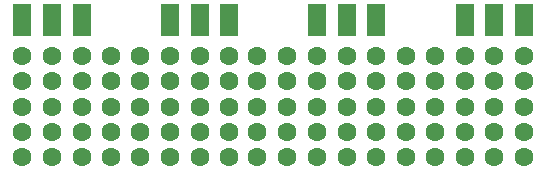
<source format=gts>
G04*
G04 #@! TF.GenerationSoftware,Altium Limited,Altium Designer,22.8.2 (66)*
G04*
G04 Layer_Color=8388736*
%FSLAX42Y42*%
%MOMM*%
G71*
G04*
G04 #@! TF.SameCoordinates,4064A84C-9049-4DCA-B835-74FE37D69973*
G04*
G04*
G04 #@! TF.FilePolarity,Negative*
G04*
G01*
G75*
%ADD11R,1.60X2.70*%
%ADD12C,1.60*%
D11*
X1876Y1332D02*
D03*
X2874D02*
D03*
X2126D02*
D03*
X1626D02*
D03*
X627D02*
D03*
X377D02*
D03*
X877D02*
D03*
X3124D02*
D03*
X3374D02*
D03*
X4123D02*
D03*
X4373D02*
D03*
X4623Y1332D02*
D03*
D12*
X1127Y812D02*
D03*
X377Y1028D02*
D03*
Y812D02*
D03*
Y597D02*
D03*
Y382D02*
D03*
Y166D02*
D03*
X627Y1028D02*
D03*
Y812D02*
D03*
Y597D02*
D03*
Y381D02*
D03*
Y166D02*
D03*
X877Y1028D02*
D03*
Y812D02*
D03*
Y597D02*
D03*
Y381D02*
D03*
Y166D02*
D03*
X1626Y1028D02*
D03*
Y812D02*
D03*
Y597D02*
D03*
Y381D02*
D03*
Y166D02*
D03*
X1876Y1028D02*
D03*
Y812D02*
D03*
Y597D02*
D03*
Y381D02*
D03*
Y166D02*
D03*
X2126Y1028D02*
D03*
Y812D02*
D03*
Y597D02*
D03*
Y381D02*
D03*
Y166D02*
D03*
X2874Y1028D02*
D03*
X2874Y812D02*
D03*
Y597D02*
D03*
Y381D02*
D03*
Y166D02*
D03*
X3124Y1028D02*
D03*
Y812D02*
D03*
Y597D02*
D03*
Y166D02*
D03*
Y381D02*
D03*
X3374Y1028D02*
D03*
Y812D02*
D03*
Y597D02*
D03*
Y381D02*
D03*
Y166D02*
D03*
X4123Y1028D02*
D03*
X4123Y812D02*
D03*
Y597D02*
D03*
Y381D02*
D03*
Y166D02*
D03*
X4373Y1028D02*
D03*
Y812D02*
D03*
Y597D02*
D03*
Y381D02*
D03*
Y166D02*
D03*
X4623Y1028D02*
D03*
Y812D02*
D03*
Y597D02*
D03*
Y381D02*
D03*
Y166D02*
D03*
X1127Y1028D02*
D03*
Y597D02*
D03*
Y381D02*
D03*
Y166D02*
D03*
X1376Y1028D02*
D03*
Y812D02*
D03*
Y597D02*
D03*
Y381D02*
D03*
Y166D02*
D03*
X2363Y1028D02*
D03*
X2619D02*
D03*
Y812D02*
D03*
X2363D02*
D03*
Y597D02*
D03*
X2619D02*
D03*
Y381D02*
D03*
X2363D02*
D03*
Y166D02*
D03*
X2619D02*
D03*
X3624Y1028D02*
D03*
X3873D02*
D03*
Y812D02*
D03*
X3624D02*
D03*
Y597D02*
D03*
X3873D02*
D03*
X3624Y381D02*
D03*
X3873D02*
D03*
X3624Y166D02*
D03*
X3873D02*
D03*
M02*

</source>
